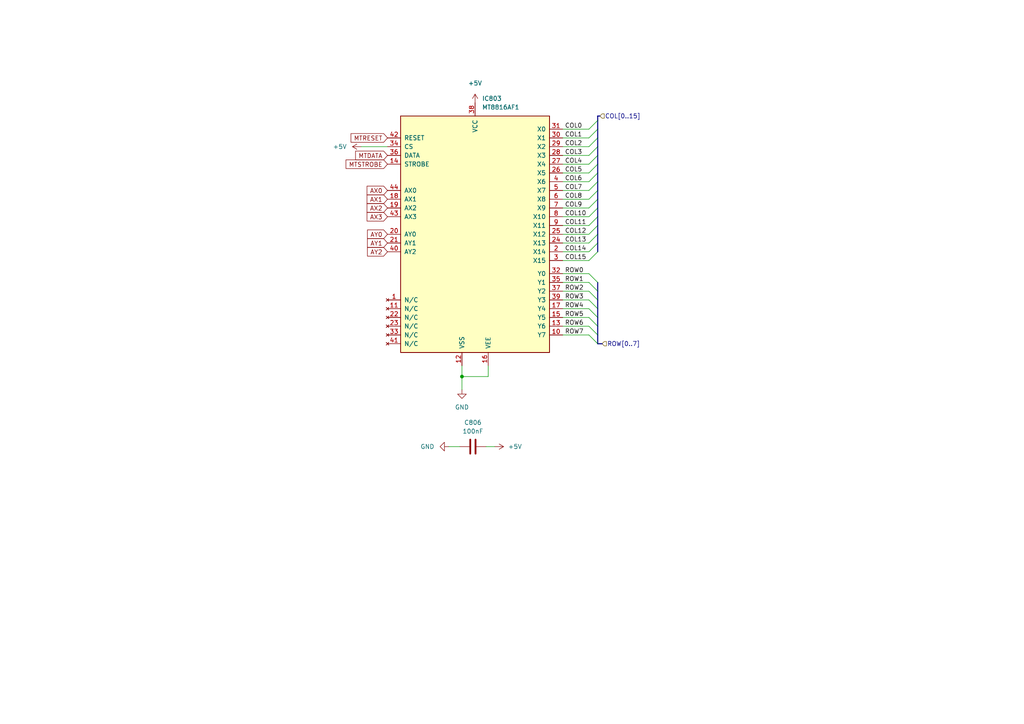
<source format=kicad_sch>
(kicad_sch (version 20211123) (generator eeschema)
  (paper "A4")
  (lib_symbols
    (symbol "Device:C" (pin_numbers hide) (pin_names (offset 0.254))
      (property "Reference" "C" (at 0.635 2.54 0))
      (property "Value" "C" (at 0.635 -2.54 0))
      (symbol "C_0_1"
        (polyline (pts (xy -2.032 -0.762) (xy 2.032 -0.762)) (stroke (width 0.508)))
        (polyline (pts (xy -2.032 0.762) (xy 2.032 0.762)) (stroke (width 0.508)))
      )
      (symbol "C_1_1"
        (pin passive line (at 0 3.81 270) (length 2.794) (name "~") (number "1"))
        (pin passive line (at 0 -3.81 90) (length 2.794) (name "~") (number "2"))
      )
    )
    (symbol "MTKEYBOARD:MT8816AF1" (pin_names (offset 1.016))
      (property "Reference" "U" (at -13.97 35.56 0))
      (property "Value" "MT8816AF1" (at 2.54 35.56 0))
      (symbol "MT8816AF1_0_1"
        (rectangle (start -21.59 34.29) (end 21.59 -34.29) (stroke (width 0.254)) (fill (type background)))
      )
      (symbol "MT8816AF1_1_1"
        (pin no_connect line (at -25.4 -19.05 0) (length 3.81) (name "N/C") (number "1"))
        (pin bidirectional line (at 25.4 -29.21 180) (length 3.81) (name "Y7") (number "10"))
        (pin no_connect line (at -25.4 -21.59 0) (length 3.81) (name "N/C") (number "11"))
        (pin power_in line (at -3.81 -38.1 90) (length 3.81) (name "VSS") (number "12"))
        (pin bidirectional line (at 25.4 -26.67 180) (length 3.81) (name "Y6") (number "13"))
        (pin input line (at -25.4 20.32 0) (length 3.81) (name "STROBE") (number "14"))
        (pin bidirectional line (at 25.4 -24.13 180) (length 3.81) (name "Y5") (number "15"))
        (pin power_in line (at 3.81 -38.1 90) (length 3.81) (name "VEE") (number "16"))
        (pin bidirectional line (at 25.4 -21.59 180) (length 3.81) (name "Y4") (number "17"))
        (pin input line (at -25.4 10.16 0) (length 3.81) (name "AX1") (number "18"))
        (pin input line (at -25.4 7.62 0) (length 3.81) (name "AX2") (number "19"))
        (pin bidirectional line (at 25.4 -5.08 180) (length 3.81) (name "X14") (number "2"))
        (pin input line (at -25.4 0 0) (length 3.81) (name "AY0") (number "20"))
        (pin input line (at -25.4 -2.54 0) (length 3.81) (name "AY1") (number "21"))
        (pin no_connect line (at -25.4 -24.13 0) (length 3.81) (name "N/C") (number "22"))
        (pin no_connect line (at -25.4 -26.67 0) (length 3.81) (name "N/C") (number "23"))
        (pin bidirectional line (at 25.4 -2.54 180) (length 3.81) (name "X13") (number "24"))
        (pin bidirectional line (at 25.4 0 180) (length 3.81) (name "X12") (number "25"))
        (pin bidirectional line (at 25.4 17.78 180) (length 3.81) (name "X5") (number "26"))
        (pin bidirectional line (at 25.4 20.32 180) (length 3.81) (name "X4") (number "27"))
        (pin bidirectional line (at 25.4 22.86 180) (length 3.81) (name "X3") (number "28"))
        (pin bidirectional line (at 25.4 25.4 180) (length 3.81) (name "X2") (number "29"))
        (pin bidirectional line (at 25.4 -7.62 180) (length 3.81) (name "X15") (number "3"))
        (pin bidirectional line (at 25.4 27.94 180) (length 3.81) (name "X1") (number "30"))
        (pin bidirectional line (at 25.4 30.48 180) (length 3.81) (name "X0") (number "31"))
        (pin bidirectional line (at 25.4 -11.43 180) (length 3.81) (name "Y0") (number "32"))
        (pin no_connect line (at -25.4 -29.21 0) (length 3.81) (name "N/C") (number "33"))
        (pin input line (at -25.4 25.4 0) (length 3.81) (name "CS") (number "34"))
        (pin bidirectional line (at 25.4 -13.97 180) (length 3.81) (name "Y1") (number "35"))
        (pin input line (at -25.4 22.86 0) (length 3.81) (name "DATA") (number "36"))
        (pin bidirectional line (at 25.4 -16.51 180) (length 3.81) (name "Y2") (number "37"))
        (pin power_in line (at 0 38.1 270) (length 3.81) (name "VCC") (number "38"))
        (pin bidirectional line (at 25.4 -19.05 180) (length 3.81) (name "Y3") (number "39"))
        (pin bidirectional line (at 25.4 15.24 180) (length 3.81) (name "X6") (number "4"))
        (pin input line (at -25.4 -5.08 0) (length 3.81) (name "AY2") (number "40"))
        (pin no_connect line (at -25.4 -31.75 0) (length 3.81) (name "N/C") (number "41"))
        (pin input line (at -25.4 27.94 0) (length 3.81) (name "RESET") (number "42"))
        (pin input line (at -25.4 5.08 0) (length 3.81) (name "AX3") (number "43"))
        (pin input line (at -25.4 12.7 0) (length 3.81) (name "AX0") (number "44"))
        (pin bidirectional line (at 25.4 12.7 180) (length 3.81) (name "X7") (number "5"))
        (pin bidirectional line (at 25.4 10.16 180) (length 3.81) (name "X8") (number "6"))
        (pin bidirectional line (at 25.4 7.62 180) (length 3.81) (name "X9") (number "7"))
        (pin bidirectional line (at 25.4 5.08 180) (length 3.81) (name "X10") (number "8"))
        (pin bidirectional line (at 25.4 2.54 180) (length 3.81) (name "X11") (number "9"))
      )
    )
    (symbol "power:+5V" (power) (pin_names (offset 0))
      (property "Value" "+5V" (at 0 3.556 0))
      (symbol "+5V_0_1"
        (polyline (pts (xy -0.762 1.27) (xy 0 2.54)))
        (polyline (pts (xy 0 0) (xy 0 2.54)))
        (polyline (pts (xy 0 2.54) (xy 0.762 1.27)))
      )
      (symbol "+5V_1_1"
        (pin power_in line (at 0 0 90) (length 0) hide (name "+5V") (number "1"))
      )
    )
    (symbol "power:GND" (power) (pin_names (offset 0))
      (property "Value" "GND" (at 0 -3.81 0))
      (symbol "GND_0_1"
        (polyline (pts (xy 0 0) (xy 0 -1.27) (xy 1.27 -1.27) (xy 0 -2.54) (xy -1.27 -1.27) (xy 0 -1.27)))
      )
      (symbol "GND_1_1"
        (pin power_in line (at 0 0 270) (length 0) hide (name "GND") (number "1"))
      )
    )
  )
  (junction (at 133.985 109.22))
  (bus_entry (at 170.815 86.995) (size 2.54 2.54))
  (bus_entry (at 170.815 89.535) (size 2.54 2.54))
  (bus_entry (at 170.815 50.165) (size 2.54 -2.54))
  (bus_entry (at 170.815 97.155) (size 2.54 2.54))
  (bus_entry (at 170.815 94.615) (size 2.54 2.54))
  (bus_entry (at 170.815 79.375) (size 2.54 2.54))
  (bus_entry (at 170.815 47.625) (size 2.54 -2.54))
  (bus_entry (at 170.815 55.245) (size 2.54 -2.54))
  (bus_entry (at 170.815 45.085) (size 2.54 -2.54))
  (bus_entry (at 170.815 92.075) (size 2.54 2.54))
  (bus_entry (at 170.815 57.785) (size 2.54 -2.54))
  (bus_entry (at 170.815 60.325) (size 2.54 -2.54))
  (bus_entry (at 170.815 37.465) (size 2.54 -2.54))
  (bus_entry (at 170.815 84.455) (size 2.54 2.54))
  (bus_entry (at 170.815 40.005) (size 2.54 -2.54))
  (bus_entry (at 170.815 81.915) (size 2.54 2.54))
  (bus_entry (at 170.815 65.405) (size 2.54 -2.54))
  (bus_entry (at 170.815 73.025) (size 2.54 -2.54))
  (bus_entry (at 170.815 70.485) (size 2.54 -2.54))
  (bus_entry (at 170.815 52.705) (size 2.54 -2.54))
  (bus_entry (at 170.815 75.565) (size 2.54 -2.54))
  (bus_entry (at 170.815 62.865) (size 2.54 -2.54))
  (bus_entry (at 170.815 42.545) (size 2.54 -2.54))
  (bus_entry (at 170.815 67.945) (size 2.54 -2.54))
  (wire (pts (xy 163.195 57.785) (xy 170.815 57.785)))
  (bus (pts (xy 173.355 65.405) (xy 173.355 67.945)))
  (bus (pts (xy 173.355 86.995) (xy 173.355 89.535)))
  (bus (pts (xy 173.355 67.945) (xy 173.355 70.485)))
  (wire (pts (xy 163.195 60.325) (xy 170.815 60.325)))
  (wire (pts (xy 163.195 75.565) (xy 170.815 75.565)))
  (wire (pts (xy 163.195 50.165) (xy 170.815 50.165)))
  (bus (pts (xy 173.355 50.165) (xy 173.355 52.705)))
  (bus (pts (xy 173.99 33.655) (xy 173.355 33.655)))
  (wire (pts (xy 163.195 47.625) (xy 170.815 47.625)))
  (wire (pts (xy 163.195 84.455) (xy 170.815 84.455)))
  (bus (pts (xy 173.355 60.325) (xy 173.355 62.865)))
  (wire (pts (xy 163.195 79.375) (xy 170.815 79.375)))
  (wire (pts (xy 163.195 81.915) (xy 170.815 81.915)))
  (bus (pts (xy 173.355 34.925) (xy 173.355 37.465)))
  (bus (pts (xy 173.355 33.655) (xy 173.355 34.925)))
  (bus (pts (xy 174.625 99.695) (xy 173.355 99.695)))
  (wire (pts (xy 163.195 45.085) (xy 170.815 45.085)))
  (wire (pts (xy 163.195 55.245) (xy 170.815 55.245)))
  (bus (pts (xy 173.355 42.545) (xy 173.355 45.085)))
  (wire (pts (xy 163.195 89.535) (xy 170.815 89.535)))
  (wire (pts (xy 163.195 73.025) (xy 170.815 73.025)))
  (bus (pts (xy 173.355 97.155) (xy 173.355 99.695)))
  (wire (pts (xy 163.195 86.995) (xy 170.815 86.995)))
  (wire (pts (xy 163.195 97.155) (xy 170.815 97.155)))
  (wire (pts (xy 163.195 65.405) (xy 170.815 65.405)))
  (wire (pts (xy 163.195 37.465) (xy 170.815 37.465)))
  (wire (pts (xy 130.175 129.54) (xy 133.35 129.54)))
  (bus (pts (xy 173.355 92.075) (xy 173.355 94.615)))
  (bus (pts (xy 173.355 37.465) (xy 173.355 40.005)))
  (wire (pts (xy 163.195 92.075) (xy 170.815 92.075)))
  (wire (pts (xy 133.985 109.22) (xy 141.605 109.22)))
  (wire (pts (xy 163.195 70.485) (xy 170.815 70.485)))
  (bus (pts (xy 173.355 57.785) (xy 173.355 60.325)))
  (wire (pts (xy 163.195 62.865) (xy 170.815 62.865)))
  (wire (pts (xy 133.985 113.03) (xy 133.985 109.22)))
  (bus (pts (xy 173.355 52.705) (xy 173.355 55.245)))
  (wire (pts (xy 141.605 109.22) (xy 141.605 106.045)))
  (wire (pts (xy 104.775 42.545) (xy 112.395 42.545)))
  (bus (pts (xy 173.355 81.915) (xy 173.355 84.455)))
  (wire (pts (xy 163.195 40.005) (xy 170.815 40.005)))
  (bus (pts (xy 173.355 89.535) (xy 173.355 92.075)))
  (wire (pts (xy 163.195 42.545) (xy 170.815 42.545)))
  (wire (pts (xy 140.97 129.54) (xy 143.51 129.54)))
  (bus (pts (xy 173.355 55.245) (xy 173.355 57.785)))
  (bus (pts (xy 173.355 70.485) (xy 173.355 73.025)))
  (bus (pts (xy 173.355 45.085) (xy 173.355 47.625)))
  (wire (pts (xy 163.195 67.945) (xy 170.815 67.945)))
  (bus (pts (xy 173.355 84.455) (xy 173.355 86.995)))
  (bus (pts (xy 173.355 40.005) (xy 173.355 42.545)))
  (bus (pts (xy 173.355 47.625) (xy 173.355 50.165)))
  (wire (pts (xy 133.985 106.045) (xy 133.985 109.22)))
  (bus (pts (xy 173.355 62.865) (xy 173.355 65.405)))
  (wire (pts (xy 163.195 52.705) (xy 170.815 52.705)))
  (wire (pts (xy 163.195 94.615) (xy 170.815 94.615)))
  (bus (pts (xy 173.355 94.615) (xy 173.355 97.155)))
  (label "COL4" (at 163.83 47.625 0))
  (label "COL12" (at 163.83 67.945 0))
  (label "COL2" (at 163.83 42.545 0))
  (label "ROW4" (at 163.83 89.535 0))
  (label "ROW3" (at 163.83 86.995 0))
  (label "ROW2" (at 163.83 84.455 0))
  (label "COL8" (at 163.83 57.785 0))
  (label "COL5" (at 163.83 50.165 0))
  (label "ROW7" (at 163.83 97.155 0))
  (label "COL1" (at 163.83 40.005 0))
  (label "COL15" (at 163.83 75.565 0))
  (label "ROW1" (at 163.83 81.915 0))
  (label "COL7" (at 163.83 55.245 0))
  (label "COL3" (at 163.83 45.085 0))
  (label "ROW6" (at 163.83 94.615 0))
  (label "ROW5" (at 163.83 92.075 0))
  (label "ROW0" (at 163.83 79.375 0))
  (label "COL9" (at 163.83 60.325 0))
  (label "COL6" (at 163.83 52.705 0))
  (label "COL10" (at 163.83 62.865 0))
  (label "COL11" (at 163.83 65.405 0))
  (label "COL0" (at 163.83 37.465 0))
  (label "COL14" (at 163.83 73.025 0))
  (label "COL13" (at 163.83 70.485 0))
  (global_label "AY0" (shape input) (at 112.395 67.945 180) (property "Intersheet References" "${INTERSHEET_REFS}" (effects hide)))
  (global_label "MTRESET" (shape input) (at 112.395 40.005 180) (property "Intersheet References" "${INTERSHEET_REFS}" (effects hide)))
  (global_label "AY2" (shape input) (at 112.395 73.025 180) (property "Intersheet References" "${INTERSHEET_REFS}" (effects hide)))
  (global_label "AX0" (shape input) (at 112.395 55.245 180) (property "Intersheet References" "${INTERSHEET_REFS}" (effects hide)))
  (global_label "AX1" (shape input) (at 112.395 57.785 180) (property "Intersheet References" "${INTERSHEET_REFS}" (effects hide)))
  (global_label "MTDATA" (shape input) (at 112.395 45.085 180) (property "Intersheet References" "${INTERSHEET_REFS}" (effects hide)))
  (global_label "MTSTROBE" (shape input) (at 112.395 47.625 180) (property "Intersheet References" "${INTERSHEET_REFS}" (effects hide)))
  (global_label "AX2" (shape input) (at 112.395 60.325 180) (property "Intersheet References" "${INTERSHEET_REFS}" (effects hide)))
  (global_label "AY1" (shape input) (at 112.395 70.485 180) (property "Intersheet References" "${INTERSHEET_REFS}" (effects hide)))
  (global_label "AX3" (shape input) (at 112.395 62.865 180) (property "Intersheet References" "${INTERSHEET_REFS}" (effects hide)))
  (hierarchical_label "COL[0..15]" (shape input) (at 173.99 33.655 0))
  (hierarchical_label "ROW[0..7]" (shape input) (at 174.625 99.695 0))
  (symbol (lib_id "power:+5V") (at 143.51 129.54 270) (unit 1)
    (property "Reference" "#PWR0123" (effects hide))
    (property "Value" "+5V" (at 147.32 129.5399 90) (effects (justify left)))
  )
  (symbol (lib_id "power:GND") (at 130.175 129.54 270) (unit 1)
    (property "Reference" "#PWR0124" (effects hide))
    (property "Value" "GND" (at 121.92 129.54 90) (effects (justify left)))
  )
  (symbol (lib_id "power:+5V") (at 137.795 29.845 0) (unit 1)
    (property "Reference" "#PWR0120" (effects hide))
    (property "Value" "+5V" (at 137.795 24.13 0))
  )
  (symbol (lib_id "power:GND") (at 133.985 113.03 0) (unit 1)
    (property "Reference" "#PWR0122" (effects hide))
    (property "Value" "GND" (at 133.985 118.11 0))
  )
  (symbol (lib_id "Device:C") (at 137.16 129.54 90) (unit 1)
    (property "Reference" "C806" (at 137.16 122.555 90))
    (property "Value" "100nF" (at 137.16 125.095 90))
    (property "Footprint" "Capacitor_SMD:C_0805_2012Metric" (effects hide))
  )
  (symbol (lib_id "MTKEYBOARD:MT8816AF1") (at 137.795 67.945 0) (unit 1)
    (property "Reference" "IC803" (at 139.8144 28.575 0) (effects (justify left)))
    (property "Value" "MT8816AF1" (at 139.8144 31.115 0) (effects (justify left)))
    (property "Footprint" "Package_QFP:TQFP-44_10x10mm_P0.8mm" (effects hide))
  )
  (symbol (lib_id "power:+5V") (at 104.775 42.545 90) (unit 1)
    (property "Reference" "#PWR0121" (effects hide))
    (property "Value" "+5V" (at 96.52 42.545 90) (effects (justify right)))
  )
)
</source>
